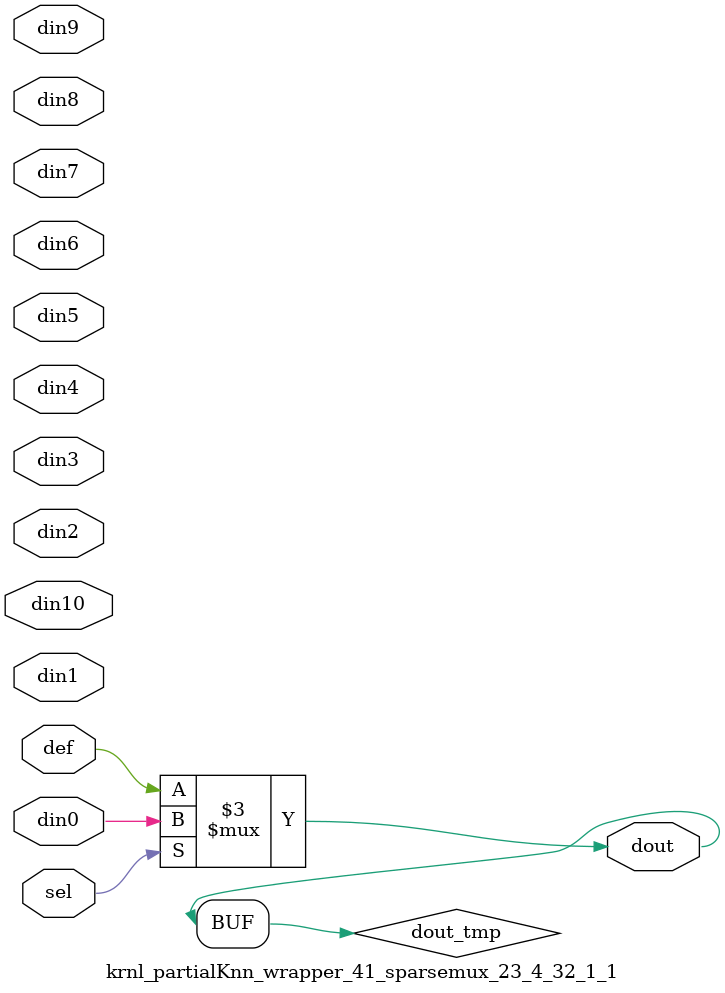
<source format=v>
`timescale 1ns / 1ps

module krnl_partialKnn_wrapper_41_sparsemux_23_4_32_1_1 (din0,din1,din2,din3,din4,din5,din6,din7,din8,din9,din10,def,sel,dout);

parameter din0_WIDTH = 1;

parameter din1_WIDTH = 1;

parameter din2_WIDTH = 1;

parameter din3_WIDTH = 1;

parameter din4_WIDTH = 1;

parameter din5_WIDTH = 1;

parameter din6_WIDTH = 1;

parameter din7_WIDTH = 1;

parameter din8_WIDTH = 1;

parameter din9_WIDTH = 1;

parameter din10_WIDTH = 1;

parameter def_WIDTH = 1;
parameter sel_WIDTH = 1;
parameter dout_WIDTH = 1;

parameter [sel_WIDTH-1:0] CASE0 = 1;

parameter [sel_WIDTH-1:0] CASE1 = 1;

parameter [sel_WIDTH-1:0] CASE2 = 1;

parameter [sel_WIDTH-1:0] CASE3 = 1;

parameter [sel_WIDTH-1:0] CASE4 = 1;

parameter [sel_WIDTH-1:0] CASE5 = 1;

parameter [sel_WIDTH-1:0] CASE6 = 1;

parameter [sel_WIDTH-1:0] CASE7 = 1;

parameter [sel_WIDTH-1:0] CASE8 = 1;

parameter [sel_WIDTH-1:0] CASE9 = 1;

parameter [sel_WIDTH-1:0] CASE10 = 1;

parameter ID = 1;
parameter NUM_STAGE = 1;



input [din0_WIDTH-1:0] din0;

input [din1_WIDTH-1:0] din1;

input [din2_WIDTH-1:0] din2;

input [din3_WIDTH-1:0] din3;

input [din4_WIDTH-1:0] din4;

input [din5_WIDTH-1:0] din5;

input [din6_WIDTH-1:0] din6;

input [din7_WIDTH-1:0] din7;

input [din8_WIDTH-1:0] din8;

input [din9_WIDTH-1:0] din9;

input [din10_WIDTH-1:0] din10;

input [def_WIDTH-1:0] def;
input [sel_WIDTH-1:0] sel;

output [dout_WIDTH-1:0] dout;



reg [dout_WIDTH-1:0] dout_tmp;

always @ (*) begin
case (sel)
    
    CASE0 : dout_tmp = din0;
    
    CASE1 : dout_tmp = din1;
    
    CASE2 : dout_tmp = din2;
    
    CASE3 : dout_tmp = din3;
    
    CASE4 : dout_tmp = din4;
    
    CASE5 : dout_tmp = din5;
    
    CASE6 : dout_tmp = din6;
    
    CASE7 : dout_tmp = din7;
    
    CASE8 : dout_tmp = din8;
    
    CASE9 : dout_tmp = din9;
    
    CASE10 : dout_tmp = din10;
    
    default : dout_tmp = def;
endcase
end


assign dout = dout_tmp;



endmodule

</source>
